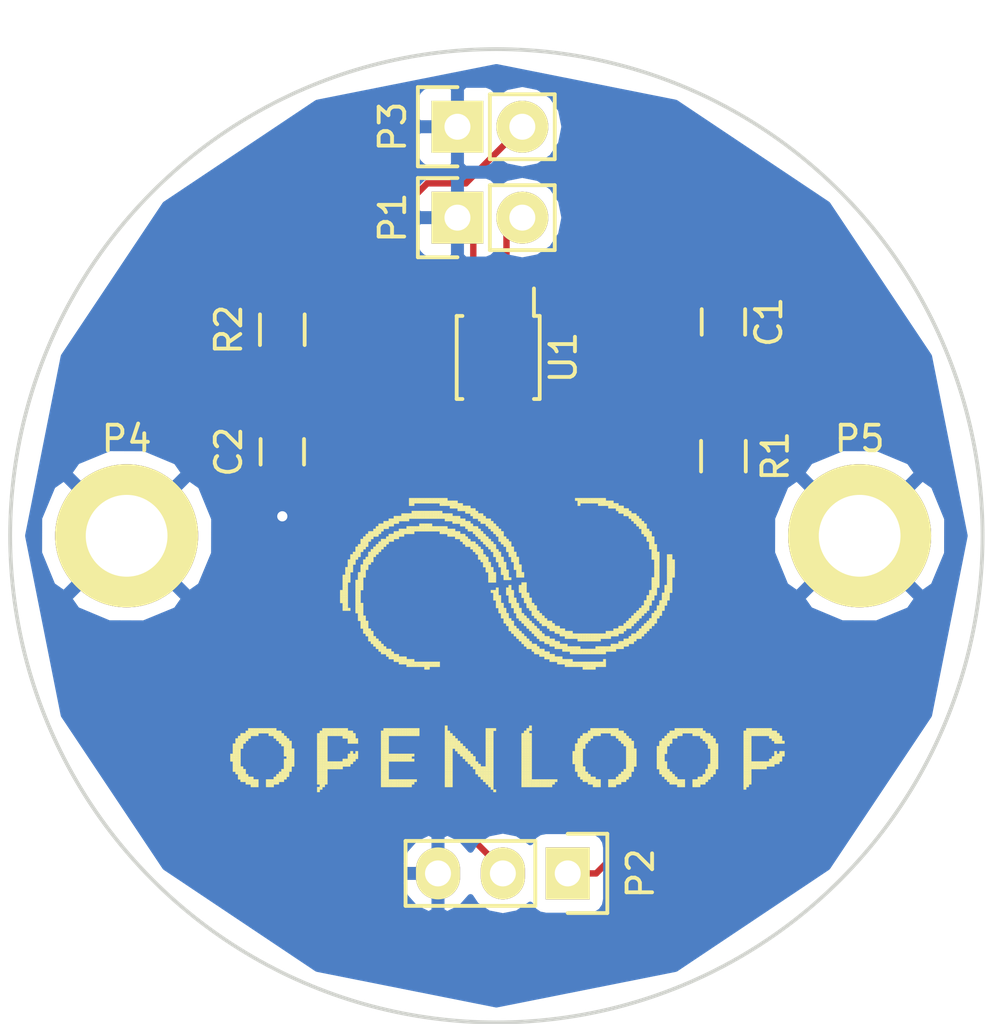
<source format=kicad_pcb>
(kicad_pcb (version 4) (host pcbnew 4.0.1-stable)
  (layers (0 F.Cu signal) (31 B.Cu signal) (34 B.Paste user) (35 F.Paste user) (36 B.SilkS user) (37 F.SilkS user) (38 B.Mask user) (39 F.Mask user) (44 Edge.Cuts user))
  (net 0 "")
  (net 1 "Net-(C1-Pad1)")
  (net 2 "Net-(C1-Pad2)")
  (net 3 GND)
  (net 4 +5V)
  (net 5 "Net-(P3-Pad2)")
  (module Housings_SSOP:TSSOP-8_3x3mm_Pitch0.65mm (layer F.Cu) (at 149.423 99.45 270)
    (fp_text reference U1 (at 0 -2.55 270) (layer F.SilkS))
    (fp_text value OPA380)
    (pad 1 smd rect (at -2.15 -0.975 270) (size 1.1 0.4) (layers F.Cu F.Paste F.Mask))
    (pad 2 smd rect (at -2.15 -0.325 270) (size 1.1 0.4) (layers F.Cu F.Paste F.Mask) (net 2 "Net-(C1-Pad2)"))
    (pad 3 smd rect (at -2.15 0.325 270) (size 1.1 0.4) (layers F.Cu F.Paste F.Mask) (net 3 GND))
    (pad 4 smd rect (at -2.15 0.975 270) (size 1.1 0.4) (layers F.Cu F.Paste F.Mask) (net 3 GND))
    (pad 5 smd rect (at 2.15 0.975 270) (size 1.1 0.4) (layers F.Cu F.Paste F.Mask))
    (pad 6 smd rect (at 2.15 0.325 270) (size 1.1 0.4) (layers F.Cu F.Paste F.Mask) (net 1 "Net-(C1-Pad1)"))
    (pad 7 smd rect (at 2.15 -0.325 270) (size 1.1 0.4) (layers F.Cu F.Paste F.Mask) (net 4 +5V))
    (pad 8 smd rect (at 2.15 -0.975 270) (size 1.1 0.4) (layers F.Cu F.Paste F.Mask))
  )
  (module Capacitors_SMD:C_0805 (layer F.Cu) (at 158.242 98.06 270)
    (fp_text reference C1 (at 0 -1.778 270) (layer F.SilkS))
    (fp_text value CF)
    (pad 1 smd rect (at -1 0 270) (size 1 1.25) (layers F.Cu F.Paste F.Mask) (net 1 "Net-(C1-Pad1)"))
    (pad 2 smd rect (at 1 0 270) (size 1 1.25) (layers F.Cu F.Paste F.Mask) (net 2 "Net-(C1-Pad2)"))
  )
  (module Capacitors_SMD:C_0805 (layer F.Cu) (at 140.97 103.14 90)
    (fp_text reference C2 (at 0 -2.1 90) (layer F.SilkS))
    (fp_text value "1 uF")
    (pad 1 smd rect (at -1 0 90) (size 1 1.25) (layers F.Cu F.Paste F.Mask) (net 3 GND))
    (pad 2 smd rect (at 1 0 90) (size 1 1.25) (layers F.Cu F.Paste F.Mask) (net 4 +5V))
  )
  (module Pin_Headers:Pin_Header_Straight_1x02 (layer F.Cu) (at 147.828 93.98 90)
    (fp_text reference P1 (at 0 -2.54 90) (layer F.SilkS))
    (fp_text value CONN_01X02)
    (pad 1 thru_hole rect (at 0 0 90) (size 2.032 2.032) (drill 1.016) (layers *.Cu *.Mask F.SilkS) (net 3 GND))
    (pad 2 thru_hole oval (at 0 2.54 90) (size 2.032 2.032) (drill 1.016) (layers *.Cu *.Mask F.SilkS) (net 2 "Net-(C1-Pad2)"))
  )
  (module Pin_Headers:Pin_Header_Straight_1x03 (layer F.Cu) (at 152.146 119.634 270)
    (fp_text reference P2 (at 0 -2.848154 270) (layer F.SilkS))
    (fp_text value CONN_01X03)
    (pad 1 thru_hole rect (at 0 0 270) (size 2.032 1.7272) (drill 1.016) (layers *.Cu *.Mask F.SilkS) (net 1 "Net-(C1-Pad1)"))
    (pad 2 thru_hole oval (at 0 2.54 270) (size 2.032 1.7272) (drill 1.016) (layers *.Cu *.Mask F.SilkS) (net 4 +5V))
    (pad 3 thru_hole oval (at 0 5.08 270) (size 2.032 1.7272) (drill 1.016) (layers *.Cu *.Mask F.SilkS) (net 3 GND))
  )
  (module Pin_Headers:Pin_Header_Straight_1x02 (layer F.Cu) (at 147.828 90.424 90)
    (fp_text reference P3 (at 0 -2.54 90) (layer F.SilkS))
    (fp_text value CONN_01X02)
    (pad 1 thru_hole rect (at 0 0 90) (size 2.032 2.032) (drill 1.016) (layers *.Cu *.Mask F.SilkS) (net 3 GND))
    (pad 2 thru_hole oval (at 0 2.54 90) (size 2.032 2.032) (drill 1.016) (layers *.Cu *.Mask F.SilkS) (net 5 "Net-(P3-Pad2)"))
  )
  (module Resistors_SMD:R_0805 (layer F.Cu) (at 158.242 103.312 90)
    (fp_text reference R1 (at 0 2.032 90) (layer F.SilkS))
    (fp_text value RF)
    (pad 1 smd rect (at -0.95 0 90) (size 0.7 1.3) (layers F.Cu F.Paste F.Mask) (net 1 "Net-(C1-Pad1)"))
    (pad 2 smd rect (at 0.95 0 90) (size 0.7 1.3) (layers F.Cu F.Paste F.Mask) (net 2 "Net-(C1-Pad2)"))
  )
  (module Resistors_SMD:R_0805 (layer F.Cu) (at 140.97 98.364 90)
    (fp_text reference R2 (at 0 -2.1 90) (layer F.SilkS))
    (fp_text value "10Ω 0.5W")
    (pad 1 smd rect (at -0.95 0 90) (size 0.7 1.3) (layers F.Cu F.Paste F.Mask) (net 4 +5V))
    (pad 2 smd rect (at 0.95 0 90) (size 0.7 1.3) (layers F.Cu F.Paste F.Mask) (net 5 "Net-(P3-Pad2)"))
  )
  (module Mounting_Holes:MountingHole_3.2mm_M3_DIN965_Pad (layer F.Cu) (at 134.874 106.426)
    (fp_text reference P4 (at 0 -3.8) (layer F.SilkS))
    (fp_text value CONN_01X01)
    (pad 1 thru_hole circle (at 0 0) (size 5.6 5.6) (drill 3.2) (layers *.Cu *.Mask F.SilkS) (net 3 GND))
  )
  (module Mounting_Holes:MountingHole_3.2mm_M3_DIN965_Pad (layer F.Cu) (at 163.576 106.426)
    (fp_text reference P5 (at 0 -3.8) (layer F.SilkS))
    (fp_text value CONN_01X01)
    (pad 1 thru_hole circle (at 0 0) (size 5.6 5.6) (drill 3.2) (layers *.Cu *.Mask F.SilkS) (net 3 GND))
  )
  (module KICADLOGOS:OPENLOOPLOGO (layer F.Cu) (at 135.636 101.854)
    (fp_text reference OPENLOOPLOGO hide)
    (fp_text value "" (at 0 0) (layer F.SilkS))
  )
  (gr_circle (center 149.352 106.426) (end 167.894 102.108) (layer Edge.Cuts) (width 0.15))
  (segment (start 158.242 104.262) (end 158.242 114.6516) (width 0.25) (layer F.Cu) (net 1))
  (segment (start 153.2596 119.634) (end 152.146 119.634) (width 0.25) (layer F.Cu) (net 1))
  (segment (start 158.242 114.6516) (end 153.2596 119.634) (width 0.25) (layer F.Cu) (net 1))
  (segment (start 159.217001 103.586999) (end 159.217001 97.910001) (width 0.25) (layer F.Cu) (net 1))
  (segment (start 155.448 102.87) (end 156.84 104.262) (width 0.25) (layer F.Cu) (net 1))
  (segment (start 156.84 104.262) (end 158.242 104.262) (width 0.25) (layer F.Cu) (net 1))
  (segment (start 149.568 102.87) (end 155.448 102.87) (width 0.25) (layer F.Cu) (net 1))
  (segment (start 149.098 101.6) (end 149.098 102.4) (width 0.25) (layer F.Cu) (net 1))
  (segment (start 149.098 102.4) (end 149.568 102.87) (width 0.25) (layer F.Cu) (net 1))
  (segment (start 158.242 104.262) (end 158.542 104.262) (width 0.25) (layer F.Cu) (net 1))
  (segment (start 158.542 104.262) (end 159.217001 103.586999) (width 0.25) (layer F.Cu) (net 1))
  (segment (start 159.217001 97.910001) (end 158.367 97.06) (width 0.25) (layer F.Cu) (net 1))
  (segment (start 158.367 97.06) (end 158.242 97.06) (width 0.25) (layer F.Cu) (net 1))
  (segment (start 158.242 99.06) (end 158.242 102.362) (width 0.25) (layer F.Cu) (net 2))
  (segment (start 150.708 99.06) (end 157.367 99.06) (width 0.25) (layer F.Cu) (net 2))
  (segment (start 149.748 97.3) (end 149.748 98.1) (width 0.25) (layer F.Cu) (net 2))
  (segment (start 149.748 98.1) (end 150.708 99.06) (width 0.25) (layer F.Cu) (net 2))
  (segment (start 149.748 97.3) (end 149.748 94.6) (width 0.25) (layer F.Cu) (net 2))
  (segment (start 149.748 94.6) (end 150.368 93.98) (width 0.25) (layer F.Cu) (net 2))
  (segment (start 158.242 99.06) (end 157.367 99.06) (width 0.25) (layer F.Cu) (net 2))
  (segment (start 140.97 104.14) (end 140.97 105.664) (width 0.25) (layer F.Cu) (net 3))
  (via (at 140.97 105.664) (size 0.6) (drill 0.4) (layers F.Cu B.Cu) (net 3))
  (segment (start 148.448 97.3) (end 148.448 94.6) (width 0.25) (layer F.Cu) (net 3))
  (segment (start 148.448 94.6) (end 147.828 93.98) (width 0.25) (layer F.Cu) (net 3))
  (segment (start 149.098 97.3) (end 148.448 97.3) (width 0.25) (layer F.Cu) (net 3))
  (segment (start 140.97 102.14) (end 141.095 102.14) (width 0.25) (layer F.Cu) (net 4))
  (segment (start 141.095 102.14) (end 142.748 103.793) (width 0.25) (layer F.Cu) (net 4))
  (segment (start 142.748 103.793) (end 142.748 112.6236) (width 0.25) (layer F.Cu) (net 4))
  (segment (start 142.748 112.6236) (end 149.606 119.4816) (width 0.25) (layer F.Cu) (net 4))
  (segment (start 149.606 119.4816) (end 149.606 119.634) (width 0.25) (layer F.Cu) (net 4))
  (segment (start 149.748 101.6) (end 149.748 100.8) (width 0.25) (layer F.Cu) (net 4))
  (segment (start 149.748 100.8) (end 149.054 100.106) (width 0.25) (layer F.Cu) (net 4))
  (segment (start 149.054 100.106) (end 142.662 100.106) (width 0.25) (layer F.Cu) (net 4))
  (segment (start 140.97 102.14) (end 140.97 101.39) (width 0.25) (layer F.Cu) (net 4))
  (segment (start 140.97 101.39) (end 142.254 100.106) (width 0.25) (layer F.Cu) (net 4))
  (segment (start 142.254 100.106) (end 142.662 100.106) (width 0.25) (layer F.Cu) (net 4))
  (segment (start 140.97 99.314) (end 141.87 99.314) (width 0.25) (layer F.Cu) (net 4))
  (segment (start 141.87 99.314) (end 142.662 100.106) (width 0.25) (layer F.Cu) (net 4))
  (segment (start 150.368 90.424) (end 148.153001 92.638999) (width 0.25) (layer F.Cu) (net 5))
  (segment (start 148.153001 92.638999) (end 146.645001 92.638999) (width 0.25) (layer F.Cu) (net 5))
  (segment (start 146.645001 92.638999) (end 141.87 97.414) (width 0.25) (layer F.Cu) (net 5))
  (segment (start 141.87 97.414) (end 140.97 97.414) (width 0.25) (layer F.Cu) (net 5))
  (zone (net 3) (net_name GND) (layer B.Cu) (connect_pads (clearance 0.508)) (min_thickness 0.254) (fill yes (arc_segments 16) (thermal_gap 0.508) (thermal_bridge_width 0.508))
    (polygon (pts (xy 130.556 105.156) (xy 132.588 97.536) (xy 136.906 91.948) (xy 142.24 88.9) (xy 147.32 87.376) (xy 154.432 88.138) (xy 160.528 91.186) (xy 164.846 95.504) (xy 167.894 101.854) (xy 168.148 108.458) (xy 166.37 114.554) (xy 162.306 120.142) (xy 156.972 123.698) (xy 150.876 125.222) (xy 145.288 124.968) (xy 140.208 123.19) (xy 136.652 120.396) (xy 131.826 114.046)))
  )
)
</source>
